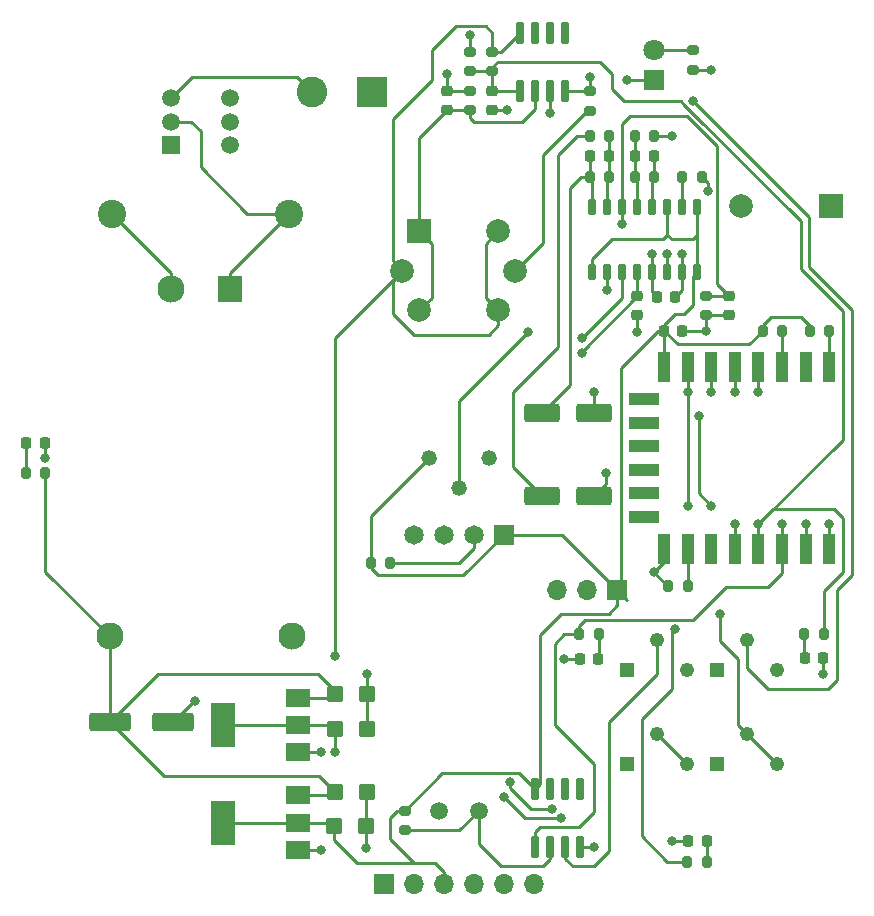
<source format=gtl>
G04 #@! TF.GenerationSoftware,KiCad,Pcbnew,7.0.8*
G04 #@! TF.CreationDate,2024-06-27T14:34:40-03:00*
G04 #@! TF.ProjectId,sensor_module,73656e73-6f72-45f6-9d6f-64756c652e6b,1.0*
G04 #@! TF.SameCoordinates,Original*
G04 #@! TF.FileFunction,Copper,L1,Top*
G04 #@! TF.FilePolarity,Positive*
%FSLAX46Y46*%
G04 Gerber Fmt 4.6, Leading zero omitted, Abs format (unit mm)*
G04 Created by KiCad (PCBNEW 7.0.8) date 2024-06-27 14:34:40*
%MOMM*%
%LPD*%
G01*
G04 APERTURE LIST*
G04 Aperture macros list*
%AMRoundRect*
0 Rectangle with rounded corners*
0 $1 Rounding radius*
0 $2 $3 $4 $5 $6 $7 $8 $9 X,Y pos of 4 corners*
0 Add a 4 corners polygon primitive as box body*
4,1,4,$2,$3,$4,$5,$6,$7,$8,$9,$2,$3,0*
0 Add four circle primitives for the rounded corners*
1,1,$1+$1,$2,$3*
1,1,$1+$1,$4,$5*
1,1,$1+$1,$6,$7*
1,1,$1+$1,$8,$9*
0 Add four rect primitives between the rounded corners*
20,1,$1+$1,$2,$3,$4,$5,0*
20,1,$1+$1,$4,$5,$6,$7,0*
20,1,$1+$1,$6,$7,$8,$9,0*
20,1,$1+$1,$8,$9,$2,$3,0*%
G04 Aperture macros list end*
G04 #@! TA.AperFunction,SMDPad,CuDef*
%ADD10RoundRect,0.200000X-0.275000X0.200000X-0.275000X-0.200000X0.275000X-0.200000X0.275000X0.200000X0*%
G04 #@! TD*
G04 #@! TA.AperFunction,SMDPad,CuDef*
%ADD11RoundRect,0.200000X-0.200000X-0.275000X0.200000X-0.275000X0.200000X0.275000X-0.200000X0.275000X0*%
G04 #@! TD*
G04 #@! TA.AperFunction,SMDPad,CuDef*
%ADD12RoundRect,0.200000X0.200000X0.275000X-0.200000X0.275000X-0.200000X-0.275000X0.200000X-0.275000X0*%
G04 #@! TD*
G04 #@! TA.AperFunction,SMDPad,CuDef*
%ADD13RoundRect,0.250000X-0.450000X-0.425000X0.450000X-0.425000X0.450000X0.425000X-0.450000X0.425000X0*%
G04 #@! TD*
G04 #@! TA.AperFunction,SMDPad,CuDef*
%ADD14RoundRect,0.225000X-0.250000X0.225000X-0.250000X-0.225000X0.250000X-0.225000X0.250000X0.225000X0*%
G04 #@! TD*
G04 #@! TA.AperFunction,ComponentPad*
%ADD15C,1.500000*%
G04 #@! TD*
G04 #@! TA.AperFunction,SMDPad,CuDef*
%ADD16RoundRect,0.150000X0.150000X-0.820000X0.150000X0.820000X-0.150000X0.820000X-0.150000X-0.820000X0*%
G04 #@! TD*
G04 #@! TA.AperFunction,SMDPad,CuDef*
%ADD17R,2.000000X1.500000*%
G04 #@! TD*
G04 #@! TA.AperFunction,SMDPad,CuDef*
%ADD18R,2.000000X3.800000*%
G04 #@! TD*
G04 #@! TA.AperFunction,SMDPad,CuDef*
%ADD19R,1.100000X2.500000*%
G04 #@! TD*
G04 #@! TA.AperFunction,SMDPad,CuDef*
%ADD20R,2.500000X1.100000*%
G04 #@! TD*
G04 #@! TA.AperFunction,ComponentPad*
%ADD21R,1.222000X1.222000*%
G04 #@! TD*
G04 #@! TA.AperFunction,ComponentPad*
%ADD22C,1.222000*%
G04 #@! TD*
G04 #@! TA.AperFunction,SMDPad,CuDef*
%ADD23RoundRect,0.200000X0.275000X-0.200000X0.275000X0.200000X-0.275000X0.200000X-0.275000X-0.200000X0*%
G04 #@! TD*
G04 #@! TA.AperFunction,ComponentPad*
%ADD24R,2.000000X2.000000*%
G04 #@! TD*
G04 #@! TA.AperFunction,ComponentPad*
%ADD25C,2.000000*%
G04 #@! TD*
G04 #@! TA.AperFunction,SMDPad,CuDef*
%ADD26RoundRect,0.218750X-0.218750X-0.256250X0.218750X-0.256250X0.218750X0.256250X-0.218750X0.256250X0*%
G04 #@! TD*
G04 #@! TA.AperFunction,ComponentPad*
%ADD27R,2.000000X2.300000*%
G04 #@! TD*
G04 #@! TA.AperFunction,ComponentPad*
%ADD28C,2.300000*%
G04 #@! TD*
G04 #@! TA.AperFunction,SMDPad,CuDef*
%ADD29RoundRect,0.225000X-0.225000X-0.250000X0.225000X-0.250000X0.225000X0.250000X-0.225000X0.250000X0*%
G04 #@! TD*
G04 #@! TA.AperFunction,SMDPad,CuDef*
%ADD30RoundRect,0.225000X0.250000X-0.225000X0.250000X0.225000X-0.250000X0.225000X-0.250000X-0.225000X0*%
G04 #@! TD*
G04 #@! TA.AperFunction,ComponentPad*
%ADD31R,1.700000X1.700000*%
G04 #@! TD*
G04 #@! TA.AperFunction,ComponentPad*
%ADD32O,1.700000X1.700000*%
G04 #@! TD*
G04 #@! TA.AperFunction,SMDPad,CuDef*
%ADD33RoundRect,0.250000X1.250000X0.550000X-1.250000X0.550000X-1.250000X-0.550000X1.250000X-0.550000X0*%
G04 #@! TD*
G04 #@! TA.AperFunction,SMDPad,CuDef*
%ADD34RoundRect,0.225000X0.225000X0.250000X-0.225000X0.250000X-0.225000X-0.250000X0.225000X-0.250000X0*%
G04 #@! TD*
G04 #@! TA.AperFunction,ComponentPad*
%ADD35R,2.600000X2.600000*%
G04 #@! TD*
G04 #@! TA.AperFunction,ComponentPad*
%ADD36C,2.600000*%
G04 #@! TD*
G04 #@! TA.AperFunction,ComponentPad*
%ADD37R,1.800000X1.800000*%
G04 #@! TD*
G04 #@! TA.AperFunction,ComponentPad*
%ADD38C,1.800000*%
G04 #@! TD*
G04 #@! TA.AperFunction,SMDPad,CuDef*
%ADD39RoundRect,0.250000X-1.250000X-0.550000X1.250000X-0.550000X1.250000X0.550000X-1.250000X0.550000X0*%
G04 #@! TD*
G04 #@! TA.AperFunction,ComponentPad*
%ADD40C,1.320800*%
G04 #@! TD*
G04 #@! TA.AperFunction,ComponentPad*
%ADD41R,1.651000X1.651000*%
G04 #@! TD*
G04 #@! TA.AperFunction,ComponentPad*
%ADD42C,1.651000*%
G04 #@! TD*
G04 #@! TA.AperFunction,SMDPad,CuDef*
%ADD43RoundRect,0.218750X0.218750X0.256250X-0.218750X0.256250X-0.218750X-0.256250X0.218750X-0.256250X0*%
G04 #@! TD*
G04 #@! TA.AperFunction,ComponentPad*
%ADD44C,2.400000*%
G04 #@! TD*
G04 #@! TA.AperFunction,SMDPad,CuDef*
%ADD45RoundRect,0.250000X-1.500000X-0.550000X1.500000X-0.550000X1.500000X0.550000X-1.500000X0.550000X0*%
G04 #@! TD*
G04 #@! TA.AperFunction,SMDPad,CuDef*
%ADD46RoundRect,0.077500X0.232500X-0.577500X0.232500X0.577500X-0.232500X0.577500X-0.232500X-0.577500X0*%
G04 #@! TD*
G04 #@! TA.AperFunction,ComponentPad*
%ADD47R,1.500000X1.500000*%
G04 #@! TD*
G04 #@! TA.AperFunction,ViaPad*
%ADD48C,0.800000*%
G04 #@! TD*
G04 #@! TA.AperFunction,Conductor*
%ADD49C,0.250000*%
G04 #@! TD*
G04 APERTURE END LIST*
D10*
X169672000Y-73914000D03*
X169672000Y-75564000D03*
D11*
X164783000Y-81153000D03*
X166433000Y-81153000D03*
D12*
X161714000Y-123375000D03*
X160064000Y-123375000D03*
D13*
X139285999Y-139644000D03*
X141985999Y-139644000D03*
D14*
X172720000Y-94761000D03*
X172720000Y-96311000D03*
D15*
X151560000Y-138303000D03*
X148160000Y-138303000D03*
D16*
X155067000Y-77410000D03*
X156337000Y-77410000D03*
X157607000Y-77410000D03*
X158877000Y-77410000D03*
X158877000Y-72450000D03*
X157607000Y-72450000D03*
X156337000Y-72450000D03*
X155067000Y-72450000D03*
D17*
X136246000Y-133364000D03*
X136246000Y-131064000D03*
D18*
X129946000Y-131064000D03*
D17*
X136246000Y-128764000D03*
D19*
X181252500Y-100758000D03*
X179252500Y-100758000D03*
X177252500Y-100758000D03*
X175252500Y-100758000D03*
X173252500Y-100758000D03*
X171252500Y-100758000D03*
X169252500Y-100758000D03*
X167252500Y-100758000D03*
X167252500Y-116158000D03*
X169252500Y-116158000D03*
X171252500Y-116158000D03*
X173252500Y-116158000D03*
X175252500Y-116158000D03*
X177252500Y-116158000D03*
X179252500Y-116158000D03*
X181252500Y-116158000D03*
D20*
X165552500Y-103448000D03*
X165552500Y-105448000D03*
X165552500Y-107448000D03*
X165552500Y-109448000D03*
X165552500Y-111448000D03*
X165552500Y-113448000D03*
D21*
X171704000Y-126365001D03*
D22*
X174244000Y-123825001D03*
X176784000Y-126365001D03*
D14*
X152712004Y-77410001D03*
X152712004Y-78960001D03*
D23*
X150807006Y-75695000D03*
X150807006Y-74045000D03*
D24*
X146500000Y-89223000D03*
D25*
X145110000Y-92583000D03*
X146500000Y-95943000D03*
X153220000Y-95943000D03*
X154610000Y-92583000D03*
X153220000Y-89223000D03*
D24*
X181356000Y-87122000D03*
D25*
X173756000Y-87122000D03*
D26*
X160121500Y-125476000D03*
X161696500Y-125476000D03*
D10*
X152712004Y-74045000D03*
X152712004Y-75695000D03*
D12*
X169252504Y-119253000D03*
X167602504Y-119253000D03*
D11*
X142431000Y-117348000D03*
X144081000Y-117348000D03*
D27*
X130516000Y-94149500D03*
D28*
X125516000Y-94149500D03*
X135716000Y-123549500D03*
X120316000Y-123549500D03*
D29*
X161023000Y-82889498D03*
X162573000Y-82889498D03*
D30*
X148902003Y-78960001D03*
X148902003Y-77410001D03*
D31*
X163307000Y-119659000D03*
D32*
X160767000Y-119659000D03*
X158227000Y-119659000D03*
D33*
X161290000Y-104648000D03*
X156890000Y-104648000D03*
D12*
X162623001Y-84625998D03*
X160973001Y-84625998D03*
D21*
X164084000Y-134366000D03*
D22*
X166624000Y-131826000D03*
X169164000Y-134366000D03*
D12*
X170878000Y-142621000D03*
X169228000Y-142621000D03*
D11*
X179134000Y-123375001D03*
X180784000Y-123375001D03*
D21*
X171704000Y-134366000D03*
D22*
X174244000Y-131826000D03*
X176784000Y-134366000D03*
D16*
X156337000Y-141418000D03*
X157607000Y-141418000D03*
X158877000Y-141418000D03*
X160147000Y-141418000D03*
X160147000Y-136458000D03*
X158877000Y-136458000D03*
X157607000Y-136458000D03*
X156337000Y-136458000D03*
D14*
X164973000Y-94761000D03*
X164973000Y-96311000D03*
D13*
X139365999Y-131389000D03*
X142065999Y-131389000D03*
D34*
X166383000Y-82889498D03*
X164833000Y-82889498D03*
D10*
X145288000Y-138303000D03*
X145288000Y-139953000D03*
D35*
X142494000Y-77419000D03*
D36*
X137414000Y-77419000D03*
D29*
X167252501Y-97663001D03*
X168802501Y-97663001D03*
D37*
X166370000Y-76454000D03*
D38*
X166370000Y-73914000D03*
D11*
X164783000Y-84625998D03*
X166433000Y-84625998D03*
D21*
X164084000Y-126365000D03*
D22*
X166624000Y-123825000D03*
X169164000Y-126365000D03*
D39*
X156890000Y-111633000D03*
X161290000Y-111633000D03*
D13*
X139365999Y-136694000D03*
X142065999Y-136694000D03*
D40*
X147320000Y-108458000D03*
X149860000Y-110998000D03*
X152400000Y-108458000D03*
D12*
X162623001Y-81153000D03*
X160973001Y-81153000D03*
D41*
X153670000Y-114964000D03*
D42*
X151130000Y-114964000D03*
X148590000Y-114964000D03*
X146050000Y-114964000D03*
D29*
X166662999Y-94786000D03*
X168212999Y-94786000D03*
D11*
X113221000Y-109728000D03*
X114871000Y-109728000D03*
D12*
X170433000Y-84625998D03*
X168783000Y-84625998D03*
D13*
X139365999Y-128439000D03*
X142065999Y-128439000D03*
D17*
X136245999Y-141619000D03*
X136245999Y-139319000D03*
D18*
X129945999Y-139319000D03*
D17*
X136245999Y-137019000D03*
D43*
X114808000Y-107188000D03*
X113233000Y-107188000D03*
D44*
X135516000Y-87757000D03*
X120516000Y-87757000D03*
D45*
X120316000Y-130810000D03*
X125716000Y-130810000D03*
D11*
X179602504Y-97663000D03*
X181252504Y-97663000D03*
D23*
X160967002Y-79060000D03*
X160967002Y-77410000D03*
X150807006Y-79010001D03*
X150807006Y-77360001D03*
D26*
X169322000Y-140843000D03*
X170897000Y-140843000D03*
D10*
X170814999Y-94711000D03*
X170814999Y-96361000D03*
D11*
X175602501Y-97663001D03*
X177252501Y-97663001D03*
D46*
X161163000Y-92666000D03*
X162433000Y-92666000D03*
X163703000Y-92666000D03*
X164973000Y-92666000D03*
X166243000Y-92666000D03*
X167513000Y-92666000D03*
X168783000Y-92666000D03*
X170053000Y-92666000D03*
X170053000Y-87166000D03*
X168783000Y-87166000D03*
X167513000Y-87166000D03*
X166243000Y-87166000D03*
X164973000Y-87166000D03*
X163703000Y-87166000D03*
X162433000Y-87166000D03*
X161163000Y-87166000D03*
D43*
X180746500Y-125349000D03*
X179171500Y-125349000D03*
D31*
X143510000Y-144526000D03*
D32*
X146050000Y-144526000D03*
X148590000Y-144526000D03*
X151130000Y-144526000D03*
X153670000Y-144526000D03*
X156210000Y-144526000D03*
D47*
X125516000Y-81978001D03*
D15*
X125516000Y-79978001D03*
X125516000Y-77978001D03*
X130516000Y-81978001D03*
X130516000Y-79978001D03*
X130516000Y-77978001D03*
D48*
X141985999Y-141478000D03*
X158750000Y-125476000D03*
X160967002Y-76200000D03*
X170942000Y-85852000D03*
X161290000Y-141418000D03*
X138176000Y-141619000D03*
X148902003Y-75946000D03*
X127508000Y-129032000D03*
X164084000Y-76454000D03*
X168783000Y-91186000D03*
X164973000Y-97790000D03*
X166370000Y-118110000D03*
X167894000Y-140843000D03*
X138176000Y-133364000D03*
X170814999Y-97663001D03*
X162306000Y-109728000D03*
X150807006Y-72644000D03*
X114808000Y-108458000D03*
X142065999Y-126746000D03*
X153924000Y-78960001D03*
X180746500Y-126746000D03*
X175252500Y-102870000D03*
X139365999Y-125222000D03*
X139365999Y-133364000D03*
X175252500Y-114046000D03*
X163703000Y-88646000D03*
X155702000Y-97790000D03*
X161290000Y-102870000D03*
X167894000Y-81153000D03*
X171252500Y-112522000D03*
X171958000Y-121666000D03*
X166243000Y-91186000D03*
X170180000Y-104902000D03*
X154178000Y-135890000D03*
X157734000Y-138176000D03*
X160274000Y-99568000D03*
X179252500Y-114046000D03*
X181252500Y-114046000D03*
X173252500Y-114046000D03*
X169672000Y-78232000D03*
X157607000Y-79248000D03*
X160274000Y-98298000D03*
X153670000Y-137160000D03*
X158496000Y-138938000D03*
X167513000Y-91186000D03*
X173252500Y-102870000D03*
X171196000Y-75564000D03*
X171252500Y-102870000D03*
X177252500Y-114046000D03*
X169252500Y-102870000D03*
X168148000Y-122936000D03*
X169252500Y-112522000D03*
X162433000Y-94234000D03*
D49*
X170942000Y-85134998D02*
X170433000Y-84625998D01*
X167602504Y-119253000D02*
X167513000Y-119253000D01*
X170814999Y-96361000D02*
X172670000Y-96361000D01*
X168783000Y-92666000D02*
X168783000Y-94215999D01*
X142065999Y-126746000D02*
X142065999Y-128439000D01*
X125716000Y-130810000D02*
X127494000Y-129032000D01*
X170942000Y-85852000D02*
X170942000Y-85134998D01*
X164973000Y-96311000D02*
X164973000Y-97790000D01*
X160967002Y-76200000D02*
X160967002Y-77410000D01*
X138176000Y-133364000D02*
X136246000Y-133364000D01*
X162306000Y-109728000D02*
X162306000Y-110617000D01*
X168783000Y-91186000D02*
X168783000Y-92666000D01*
X141985999Y-141478000D02*
X141985999Y-139644000D01*
X150757006Y-77410001D02*
X150807006Y-77360001D01*
X166370000Y-118110000D02*
X167252500Y-117227500D01*
X172670000Y-96361000D02*
X172720000Y-96311000D01*
X141985999Y-139644000D02*
X141985999Y-136774000D01*
X160147000Y-141418000D02*
X161290000Y-141418000D01*
X142065999Y-128439000D02*
X142065999Y-131389000D01*
X148902003Y-77410001D02*
X150757006Y-77410001D01*
X170814999Y-97663001D02*
X170814999Y-96361000D01*
X167894000Y-140843000D02*
X169322000Y-140843000D01*
X136245999Y-141619000D02*
X138176000Y-141619000D01*
X167513000Y-119253000D02*
X166370000Y-118110000D01*
X162306000Y-110617000D02*
X161290000Y-111633000D01*
X166370000Y-76454000D02*
X164084000Y-76454000D01*
X167252500Y-117227500D02*
X167252500Y-115458000D01*
X152712004Y-78960001D02*
X153924000Y-78960001D01*
X148902003Y-77410001D02*
X148902003Y-75946000D01*
X150807006Y-72644000D02*
X150807006Y-74045000D01*
X127494000Y-129032000D02*
X127508000Y-129032000D01*
X170814999Y-97663001D02*
X168802501Y-97663001D01*
X158877000Y-77410000D02*
X160967002Y-77410000D01*
X168783000Y-94215999D02*
X168212999Y-94786000D01*
X180746500Y-125349000D02*
X180746500Y-126746000D01*
X114808000Y-107188000D02*
X114808000Y-108458000D01*
X158750000Y-125476000D02*
X160121500Y-125476000D01*
X141985999Y-136774000D02*
X142065999Y-136694000D01*
X175252500Y-101458000D02*
X175252500Y-102870000D01*
X128016000Y-83820000D02*
X131953000Y-87757000D01*
X130516000Y-92757000D02*
X130516000Y-94149500D01*
X128016000Y-80772000D02*
X128016000Y-83820000D01*
X125516000Y-79978001D02*
X127222001Y-79978001D01*
X127222001Y-79978001D02*
X128016000Y-80772000D01*
X131953000Y-87757000D02*
X135516000Y-87757000D01*
X135516000Y-87757000D02*
X130516000Y-92757000D01*
X120516000Y-87757000D02*
X125516000Y-92757000D01*
X125516000Y-92757000D02*
X125516000Y-94149500D01*
X137922000Y-126746000D02*
X139365999Y-128189999D01*
X136246000Y-128764000D02*
X139040999Y-128764000D01*
X136245999Y-137019000D02*
X139040999Y-137019000D01*
X139040999Y-128764000D02*
X139365999Y-128439000D01*
X120316000Y-130810000D02*
X124380000Y-126746000D01*
X139040999Y-137019000D02*
X139365999Y-136694000D01*
X120316000Y-123549500D02*
X120316000Y-130810000D01*
X138053999Y-135382000D02*
X124888000Y-135382000D01*
X139365999Y-128189999D02*
X139365999Y-128439000D01*
X139365999Y-136694000D02*
X138053999Y-135382000D01*
X120316000Y-123549500D02*
X114871000Y-118104500D01*
X124888000Y-135382000D02*
X120316000Y-130810000D01*
X124380000Y-126746000D02*
X137922000Y-126746000D01*
X114871000Y-118104500D02*
X114871000Y-109728000D01*
X170053000Y-89535000D02*
X170053000Y-87166000D01*
X163576000Y-100838000D02*
X166750999Y-97663001D01*
X142431000Y-117793000D02*
X142431000Y-117348000D01*
X168395500Y-98806000D02*
X167252501Y-97663001D01*
X162560000Y-121666000D02*
X158496000Y-121666000D01*
X144018000Y-140716000D02*
X146050000Y-142748000D01*
X167132000Y-89916000D02*
X167513000Y-89535000D01*
X158612000Y-114964000D02*
X163307000Y-119659000D01*
X166750999Y-97663001D02*
X167252501Y-97663001D01*
X176276000Y-96520000D02*
X175602501Y-97193499D01*
X141224000Y-142748000D02*
X139285999Y-140809999D01*
X153670000Y-114964000D02*
X150270000Y-118364000D01*
X145288000Y-138303000D02*
X148463000Y-135128000D01*
X148590000Y-143510000D02*
X147828000Y-142748000D01*
X168910000Y-96266000D02*
X169672000Y-95504000D01*
X179602504Y-97306504D02*
X178816000Y-96520000D01*
X163307000Y-119659000D02*
X163307000Y-120919000D01*
X153670000Y-114964000D02*
X158612000Y-114964000D01*
X148463000Y-135128000D02*
X155007000Y-135128000D01*
X167252501Y-97663001D02*
X167252501Y-97161499D01*
X144018000Y-138938000D02*
X144018000Y-140716000D01*
X169672000Y-89916000D02*
X170053000Y-89535000D01*
X163307000Y-119659000D02*
X163576000Y-119390000D01*
X175602501Y-97193499D02*
X175602501Y-97663001D01*
X162814000Y-89916000D02*
X167132000Y-89916000D01*
X145288000Y-138303000D02*
X144653000Y-138303000D01*
X167513000Y-89535000D02*
X167894000Y-89916000D01*
X167252501Y-97161499D02*
X168148000Y-96266000D01*
X161163000Y-92666000D02*
X161163000Y-91567000D01*
X158496000Y-121666000D02*
X156718000Y-123444000D01*
X170053000Y-92666000D02*
X170053000Y-87166000D01*
X174459502Y-98806000D02*
X168395500Y-98806000D01*
X147828000Y-142748000D02*
X141224000Y-142748000D01*
X142431000Y-113347000D02*
X147320000Y-108458000D01*
X146050000Y-142748000D02*
X147828000Y-142748000D01*
X179602504Y-97663000D02*
X179602504Y-97306504D01*
X178816000Y-96520000D02*
X176276000Y-96520000D01*
X167252500Y-101458000D02*
X167252501Y-97663001D01*
X144653000Y-138303000D02*
X144018000Y-138938000D01*
X136245999Y-139319000D02*
X138960999Y-139319000D01*
X148590000Y-144526000D02*
X148590000Y-143510000D01*
X129945999Y-139319000D02*
X136245999Y-139319000D01*
X138960999Y-139319000D02*
X139285999Y-139644000D01*
X167513000Y-89535000D02*
X167513000Y-87166000D01*
X163576000Y-119390000D02*
X163576000Y-100838000D01*
X161163000Y-91567000D02*
X162814000Y-89916000D01*
X163307000Y-120919000D02*
X162560000Y-121666000D01*
X169672000Y-93047000D02*
X170053000Y-92666000D01*
X142431000Y-117348000D02*
X142431000Y-113347000D01*
X175602501Y-97663001D02*
X174459502Y-98806000D01*
X139285999Y-140809999D02*
X139285999Y-139644000D01*
X156718000Y-136077000D02*
X156337000Y-136458000D01*
X167894000Y-89916000D02*
X169672000Y-89916000D01*
X156718000Y-123444000D02*
X156718000Y-136077000D01*
X168148000Y-96266000D02*
X168910000Y-96266000D01*
X155007000Y-135128000D02*
X156337000Y-136458000D01*
X143002000Y-118364000D02*
X142431000Y-117793000D01*
X164084000Y-120436000D02*
X163307000Y-119659000D01*
X150270000Y-118364000D02*
X143002000Y-118364000D01*
X169672000Y-95504000D02*
X169672000Y-93047000D01*
X146050000Y-98044000D02*
X152400000Y-98044000D01*
X144272000Y-93421000D02*
X144272000Y-96266000D01*
X152712004Y-72448004D02*
X152146000Y-71882000D01*
X152712004Y-74045000D02*
X152712004Y-72448004D01*
X152400000Y-98044000D02*
X153220000Y-97224000D01*
X147574000Y-76454000D02*
X144272000Y-79756000D01*
X145110000Y-92583000D02*
X144272000Y-93421000D01*
X144272000Y-91745000D02*
X145110000Y-92583000D01*
X144272000Y-96266000D02*
X146050000Y-98044000D01*
X136246000Y-131064000D02*
X139040999Y-131064000D01*
X152146000Y-90297000D02*
X152146000Y-94869000D01*
X155067000Y-72450000D02*
X153472000Y-74045000D01*
X149606000Y-71882000D02*
X147574000Y-73914000D01*
X153220000Y-97224000D02*
X153220000Y-95943000D01*
X147574000Y-73914000D02*
X147574000Y-76454000D01*
X129946000Y-131064000D02*
X136246000Y-131064000D01*
X153220000Y-89223000D02*
X152146000Y-90297000D01*
X144272000Y-79756000D02*
X144272000Y-91745000D01*
X139040999Y-131064000D02*
X139365999Y-131389000D01*
X139365999Y-131389000D02*
X139365999Y-133364000D01*
X152146000Y-71882000D02*
X149606000Y-71882000D01*
X139365999Y-98327001D02*
X139365999Y-125222000D01*
X145110000Y-92583000D02*
X139365999Y-98327001D01*
X152146000Y-94869000D02*
X153220000Y-95943000D01*
X153472000Y-74045000D02*
X152712004Y-74045000D01*
X156337000Y-78867000D02*
X156337000Y-77410000D01*
X147574000Y-94869000D02*
X146500000Y-95943000D01*
X155194000Y-80010000D02*
X156337000Y-78867000D01*
X148902003Y-78960001D02*
X150757006Y-78960001D01*
X150807006Y-79010001D02*
X150807006Y-79687006D01*
X146500000Y-89223000D02*
X146500000Y-81362004D01*
X146500000Y-81362004D02*
X148902003Y-78960001D01*
X150757006Y-78960001D02*
X150807006Y-79010001D01*
X147574000Y-90297000D02*
X147574000Y-94869000D01*
X150807006Y-79687006D02*
X151130000Y-80010000D01*
X146500000Y-89223000D02*
X147574000Y-90297000D01*
X151130000Y-80010000D02*
X155194000Y-80010000D01*
X152712004Y-75379996D02*
X153162000Y-74930000D01*
X153162000Y-74930000D02*
X161798000Y-74930000D01*
X175252500Y-114046000D02*
X176522500Y-112776000D01*
X162814000Y-75946000D02*
X162814000Y-77216000D01*
X169371695Y-78957000D02*
X169381000Y-78957000D01*
X152712004Y-77410001D02*
X152712004Y-75695000D01*
X178816000Y-88392000D02*
X178816000Y-92456000D01*
X175252500Y-115458000D02*
X175252500Y-114046000D01*
X181610000Y-112776000D02*
X182372000Y-113538000D01*
X178816000Y-92456000D02*
X182372000Y-96012000D01*
X162814000Y-77216000D02*
X163830000Y-78232000D01*
X152712004Y-75695000D02*
X150807006Y-75695000D01*
X168947000Y-78523000D02*
X168947000Y-78532305D01*
X169381000Y-78957000D02*
X178816000Y-88392000D01*
X161798000Y-74930000D02*
X162814000Y-75946000D01*
X168656000Y-78232000D02*
X168947000Y-78523000D01*
X182372000Y-113538000D02*
X182372000Y-118110000D01*
X176522500Y-112776000D02*
X181610000Y-112776000D01*
X182372000Y-118110000D02*
X180784000Y-119698000D01*
X180784000Y-119698000D02*
X180784000Y-123375001D01*
X155067000Y-77410000D02*
X152712004Y-77410001D01*
X163830000Y-78232000D02*
X168656000Y-78232000D01*
X182372000Y-96012000D02*
X182372000Y-106926500D01*
X152712004Y-75695000D02*
X152712004Y-75379996D01*
X168947000Y-78532305D02*
X169371695Y-78957000D01*
X182372000Y-106926500D02*
X175252500Y-114046000D01*
X164338000Y-79502000D02*
X169164000Y-79502000D01*
X171704000Y-93745000D02*
X172720000Y-94761000D01*
X149860000Y-103632000D02*
X149860000Y-110998000D01*
X163703000Y-80137000D02*
X164338000Y-79502000D01*
X155702000Y-97790000D02*
X149860000Y-103632000D01*
X171704000Y-82042000D02*
X171704000Y-93745000D01*
X170814999Y-94711000D02*
X172670000Y-94711000D01*
X172670000Y-94711000D02*
X172720000Y-94761000D01*
X169164000Y-79502000D02*
X171704000Y-82042000D01*
X163703000Y-87166000D02*
X163703000Y-80137000D01*
X163703000Y-87166000D02*
X163703000Y-88646000D01*
X166243000Y-84815998D02*
X166433000Y-84625998D01*
X166243000Y-87166000D02*
X166243000Y-84815998D01*
X166433000Y-84625998D02*
X166433000Y-82939498D01*
X166433000Y-82939498D02*
X166383000Y-82889498D01*
X164973000Y-87166000D02*
X164973000Y-84815998D01*
X164833000Y-82889498D02*
X164833000Y-84575998D01*
X164783000Y-81153000D02*
X164783000Y-82839498D01*
X164973000Y-84815998D02*
X164783000Y-84625998D01*
X164833000Y-84575998D02*
X164783000Y-84625998D01*
X164783000Y-82839498D02*
X164833000Y-82889498D01*
X160973001Y-82939497D02*
X161023000Y-82889498D01*
X159258000Y-102280000D02*
X156890000Y-104648000D01*
X160230002Y-84625998D02*
X159258000Y-85598000D01*
X161163000Y-87166000D02*
X161163000Y-84815997D01*
X160973001Y-84625998D02*
X160230002Y-84625998D01*
X160973001Y-84625998D02*
X160973001Y-82939497D01*
X159258000Y-85598000D02*
X159258000Y-102280000D01*
X161163000Y-84815997D02*
X160973001Y-84625998D01*
X162573000Y-84575997D02*
X162623001Y-84625998D01*
X162433000Y-84815999D02*
X162623001Y-84625998D01*
X162433000Y-87166000D02*
X162433000Y-84815999D01*
X162573000Y-82889498D02*
X162573000Y-84575997D01*
X162623001Y-82839497D02*
X162573000Y-82889498D01*
X162623001Y-81153000D02*
X162623001Y-82839497D01*
X166433000Y-81153000D02*
X167894000Y-81153000D01*
X161290000Y-104648000D02*
X161290000Y-102870000D01*
X159893000Y-81153000D02*
X158242000Y-82804000D01*
X158242000Y-99060000D02*
X154432000Y-102870000D01*
X154432000Y-109175000D02*
X156890000Y-111633000D01*
X160973001Y-81153000D02*
X159893000Y-81153000D01*
X154432000Y-102870000D02*
X154432000Y-109175000D01*
X158242000Y-82804000D02*
X158242000Y-99060000D01*
X171958000Y-121666000D02*
X171958000Y-123952000D01*
X173482000Y-131064000D02*
X174244000Y-131826000D01*
X174244000Y-131826000D02*
X176784000Y-134366000D01*
X173482000Y-125476000D02*
X173482000Y-131064000D01*
X170180000Y-111449500D02*
X171252500Y-112522000D01*
X166243000Y-94366001D02*
X166662999Y-94786000D01*
X170180000Y-104902000D02*
X170180000Y-111449500D01*
X171958000Y-123952000D02*
X173482000Y-125476000D01*
X166243000Y-92666000D02*
X166243000Y-91186000D01*
X166243000Y-92666000D02*
X166243000Y-94366001D01*
X154178000Y-136398000D02*
X155956000Y-138176000D01*
X155956000Y-138176000D02*
X157734000Y-138176000D01*
X160274000Y-99460000D02*
X160274000Y-99568000D01*
X164973000Y-94761000D02*
X160274000Y-99460000D01*
X164973000Y-92666000D02*
X164973000Y-94761000D01*
X166624000Y-131826000D02*
X169164000Y-134366000D01*
X154178000Y-135890000D02*
X154178000Y-136398000D01*
X113238500Y-107188000D02*
X113238500Y-109710500D01*
X169672000Y-73914000D02*
X166370000Y-73914000D01*
X161714000Y-125458500D02*
X161696500Y-125476000D01*
X161714000Y-123375000D02*
X161714000Y-125458500D01*
X179134000Y-125311500D02*
X179171500Y-125349000D01*
X179134000Y-123375001D02*
X179134000Y-125311500D01*
X170897000Y-142602000D02*
X170878000Y-142621000D01*
X170897000Y-140843000D02*
X170897000Y-142602000D01*
X125516000Y-77978001D02*
X127294001Y-76200000D01*
X136195000Y-76200000D02*
X137414000Y-77419000D01*
X127294001Y-76200000D02*
X136195000Y-76200000D01*
X179252500Y-115458000D02*
X179252500Y-114046000D01*
X181252500Y-115458000D02*
X181252500Y-114046000D01*
X173252500Y-115458000D02*
X173252500Y-114046000D01*
X149910000Y-139953000D02*
X145288000Y-139953000D01*
X151560000Y-138303000D02*
X151560000Y-141146000D01*
X153416000Y-143002000D02*
X156993000Y-143002000D01*
X156993000Y-143002000D02*
X157607000Y-142388000D01*
X157607000Y-142388000D02*
X157607000Y-141418000D01*
X151560000Y-141146000D02*
X153416000Y-143002000D01*
X151560000Y-138303000D02*
X149910000Y-139953000D01*
X166624000Y-123825000D02*
X166624000Y-126746000D01*
X161290000Y-143002000D02*
X159512000Y-143002000D01*
X159512000Y-143002000D02*
X158877000Y-142367000D01*
X162560000Y-130810000D02*
X162560000Y-141732000D01*
X162560000Y-141732000D02*
X161290000Y-143002000D01*
X158877000Y-142367000D02*
X158877000Y-141418000D01*
X166624000Y-126746000D02*
X162560000Y-130810000D01*
X181102000Y-128016000D02*
X176022000Y-128016000D01*
X174244000Y-126238000D02*
X174244000Y-123825001D01*
X169672000Y-78232000D02*
X179520000Y-88080000D01*
X183134000Y-118364000D02*
X181864000Y-119634000D01*
X179520000Y-92269604D02*
X183134000Y-95883604D01*
X157607000Y-77410000D02*
X157607000Y-79248000D01*
X179520000Y-88080000D02*
X179520000Y-92269604D01*
X176022000Y-128016000D02*
X174244000Y-126238000D01*
X183134000Y-95883604D02*
X183134000Y-118364000D01*
X181864000Y-119634000D02*
X181864000Y-127254000D01*
X181864000Y-127254000D02*
X181102000Y-128016000D01*
X163703000Y-94869000D02*
X163703000Y-92666000D01*
X158496000Y-138938000D02*
X155448000Y-138938000D01*
X163703000Y-92666000D02*
X163703000Y-92138500D01*
X160274000Y-98298000D02*
X163703000Y-94869000D01*
X155448000Y-138938000D02*
X153670000Y-137160000D01*
X167513000Y-92666000D02*
X167513000Y-91186000D01*
X177252501Y-97663001D02*
X177252500Y-101458000D01*
X181252504Y-101457996D02*
X181252500Y-101458000D01*
X181252504Y-97663000D02*
X181252504Y-101457996D01*
X169252504Y-119253000D02*
X169252504Y-115458004D01*
X169252504Y-115458004D02*
X169252500Y-115458000D01*
X173252500Y-101458000D02*
X173252500Y-102870000D01*
X169672000Y-75564000D02*
X171196000Y-75564000D01*
X156972000Y-82804000D02*
X156972000Y-90221000D01*
X160716000Y-79060000D02*
X156972000Y-82804000D01*
X156972000Y-90221000D02*
X154610000Y-92583000D01*
X160967002Y-79060000D02*
X160716000Y-79060000D01*
X171252500Y-102870000D02*
X171252500Y-101458000D01*
X149860000Y-117348000D02*
X151130000Y-116078000D01*
X151130000Y-116078000D02*
X151130000Y-114964000D01*
X144081000Y-117348000D02*
X149860000Y-117348000D01*
X168783000Y-84625998D02*
X168783000Y-87166000D01*
X160064000Y-123375000D02*
X158819000Y-123375000D01*
X160064000Y-122638000D02*
X160528000Y-122174000D01*
X160528000Y-122174000D02*
X169672000Y-122174000D01*
X176022000Y-119380000D02*
X177252500Y-118149500D01*
X161290000Y-134366000D02*
X161290000Y-138430000D01*
X177252500Y-118149500D02*
X177252500Y-115458000D01*
X160020000Y-139700000D02*
X156718000Y-139700000D01*
X156718000Y-139700000D02*
X156337000Y-140081000D01*
X169672000Y-122174000D02*
X172466000Y-119380000D01*
X172466000Y-119380000D02*
X176022000Y-119380000D01*
X157988000Y-124206000D02*
X157988000Y-131064000D01*
X156337000Y-140081000D02*
X156337000Y-141418000D01*
X157988000Y-131064000D02*
X161290000Y-134366000D01*
X177252500Y-115458000D02*
X177252500Y-114046000D01*
X160064000Y-123375000D02*
X160064000Y-122638000D01*
X161290000Y-138430000D02*
X160020000Y-139700000D01*
X158819000Y-123375000D02*
X157988000Y-124206000D01*
X165354000Y-130556000D02*
X165354000Y-140462000D01*
X169252500Y-102870000D02*
X169252500Y-112522000D01*
X165354000Y-140462000D02*
X167513000Y-142621000D01*
X168148000Y-122936000D02*
X167894000Y-123190000D01*
X162433000Y-92666000D02*
X162433000Y-94234000D01*
X167894000Y-123190000D02*
X167894000Y-128016000D01*
X167513000Y-142621000D02*
X169228000Y-142621000D01*
X169252500Y-102870000D02*
X169252500Y-101458000D01*
X167894000Y-128016000D02*
X165354000Y-130556000D01*
M02*

</source>
